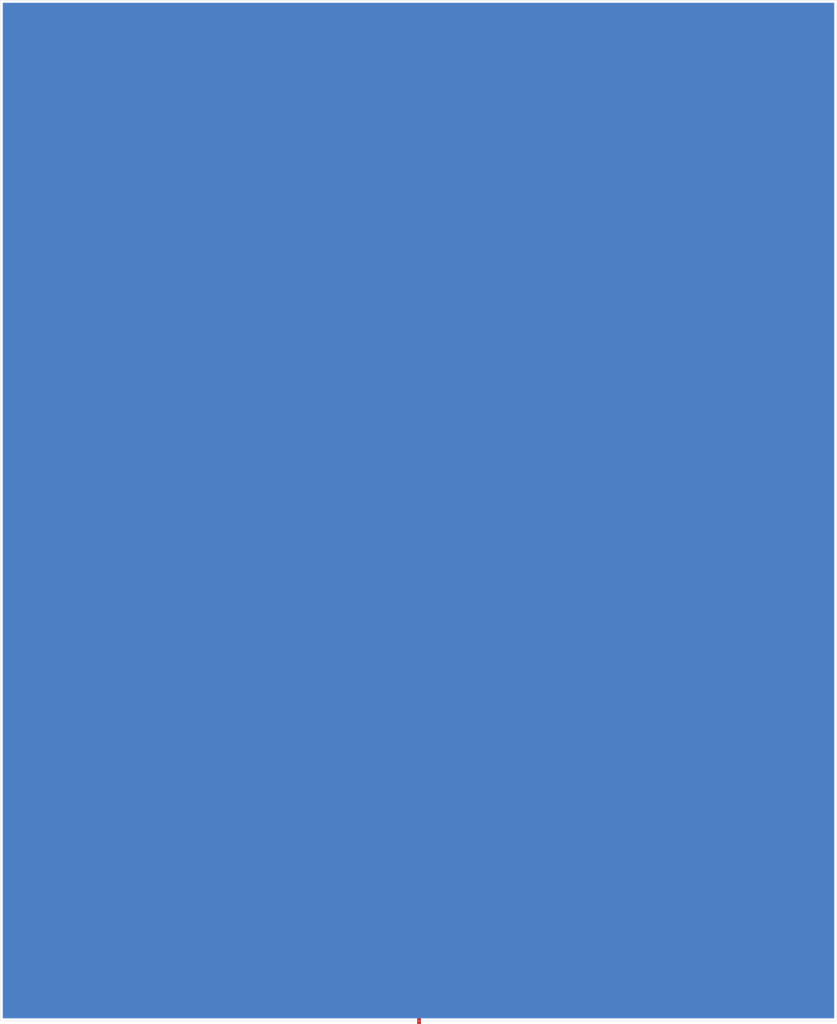
<source format=kicad_pcb>
(kicad_pcb
	(version 20240108)
	(generator "pcbnew")
	(generator_version "8.0")
	(general
		(thickness 1.6)
		(legacy_teardrops no)
	)
	(paper "A3")
	(title_block
		(title "antenna")
		(comment 1 "Generated by Aperture.py by Daniel Fearn")
		(comment 2 "github.com/cusf/aperture")
	)
	(layers
		(0 "F.Cu" signal)
		(31 "B.Cu" signal)
		(32 "B.Adhes" user "B.Adhesive")
		(33 "F.Adhes" user "F.Adhesive")
		(34 "B.Paste" user)
		(35 "F.Paste" user)
		(36 "B.SilkS" user "B.Silkscreen")
		(37 "F.SilkS" user "F.Silkscreen")
		(38 "B.Mask" user)
		(39 "F.Mask" user)
		(40 "Dwgs.User" user "User.Drawings")
		(41 "Cmts.User" user "User.Comments")
		(42 "Eco1.User" user "User.Eco1")
		(43 "Eco2.User" user "User.Eco2")
		(44 "Edge.Cuts" user)
		(45 "Margin" user)
		(46 "B.CrtYd" user "B.Courtyard")
		(47 "F.CrtYd" user "F.Courtyard")
		(48 "B.Fab" user)
		(49 "F.Fab" user)
		(50 "User.1" user)
		(51 "User.2" user)
		(52 "User.3" user)
		(53 "User.4" user)
		(54 "User.5" user)
		(55 "User.6" user)
		(56 "User.7" user)
		(57 "User.8" user)
		(58 "User.9" user)
	)
	(setup
		(pad_to_mask_clearance 0)
		(allow_soldermask_bridges_in_footprints no)
		(pcbplotparams
			(layerselection 0x00010fc_ffffffff)
			(plot_on_all_layers_selection 0x0000000_00000000)
			(disableapertmacros no)
			(usegerberextensions no)
			(usegerberattributes yes)
			(usegerberadvancedattributes yes)
			(creategerberjobfile yes)
			(dashed_line_dash_ratio 12.000000)
			(dashed_line_gap_ratio 3.000000)
			(svgprecision 6)
			(plotframeref no)
			(viasonmask no)
			(mode 1)
			(useauxorigin no)
			(hpglpennumber 1)
			(hpglpenspeed 20)
			(hpglpendiameter 15.000000)
			(pdf_front_fp_property_popups yes)
			(pdf_back_fp_property_popups yes)
			(dxfpolygonmode yes)
			(dxfimperialunits yes)
			(dxfusepcbnewfont yes)
			(psnegative no)
			(psa4output no)
			(plotreference yes)
			(plotvalue yes)
			(plotfptext yes)
			(plotinvisibletext no)
			(sketchpadsonfab no)
			(subtractmaskfromsilk no)
			(outputformat 1)
			(mirror no)
			(drillshape 1)
			(scaleselection 1)
			(outputdirectory "")
		)
	)
	(net 0 "")
	(gr_poly
		(pts
			(xy 205.470556 220.619749) (xy 205.470556 159.790527) (xy 260 159.790527) (xy 260 63.723816) (xy 246.276184 50)
			(xy 150.209472 50) (xy 150.209472 146.066712) (xy 163.933288 159.790527) (xy 204.738916 159.790527)
			(xy 204.738916 220.619749)
		)
		(stroke
			(width 0)
			(type solid)
		)
		(fill solid)
		(layer "F.Cu")
		(uuid "5ddf152b-af7b-4c4a-8148-ccc99ae6a2a6")
	)
	(gr_rect
		(start 206.75 212)
		(end 208.75 220)
		(stroke
			(width 0.1)
			(type solid)
		)
		(fill solid)
		(layer "B.Mask")
		(uuid "20995ee4-a0e8-4cfc-97ab-4046684edc4f")
	)
	(gr_rect
		(start 201.5 212)
		(end 203.5 220)
		(stroke
			(width 0.1)
			(type solid)
		)
		(fill solid)
		(layer "B.Mask")
		(uuid "f5497dd0-2981-4c94-88ef-9dab905affa1")
	)
	(gr_rect
		(start 125 25)
		(end 285 220)
		(stroke
			(width 0.05)
			(type default)
		)
		(fill none)
		(layer "Edge.Cuts")
		(uuid "a7d0287c-69bd-4db2-a05c-99c8dccf4aa9")
	)
	(zone
		(net 0)
		(net_name "")
		(layer "B.Cu")
		(uuid "da303251-637b-47d4-865d-502f0b52e406")
		(name "GND")
		(hatch edge 0.5)
		(connect_pads
			(clearance 0)
		)
		(min_thickness 0.025)
		(filled_areas_thickness no)
		(fill yes
			(thermal_gap 0.5)
			(thermal_bridge_width 0.5)
			(island_removal_mode 1)
			(island_area_min 10)
		)
		(polygon
			(pts
				(xy 125 25) (xy 285 25) (xy 285 220) (xy 125 220)
			)
		)
		(filled_polygon
			(layer "B.Cu")
			(island)
			(pts
				(xy 284.496132 25.503868) (xy 284.4995 25.512) (xy 284.4995 219.488) (xy 284.496132 219.496132)
				(xy 284.488 219.4995) (xy 125.512 219.4995) (xy 125.503868 219.496132) (xy 125.5005 219.488) (xy 125.5005 25.512)
				(xy 125.503868 25.503868) (xy 125.512 25.5005) (xy 284.488 25.5005)
			)
		)
	)
)

</source>
